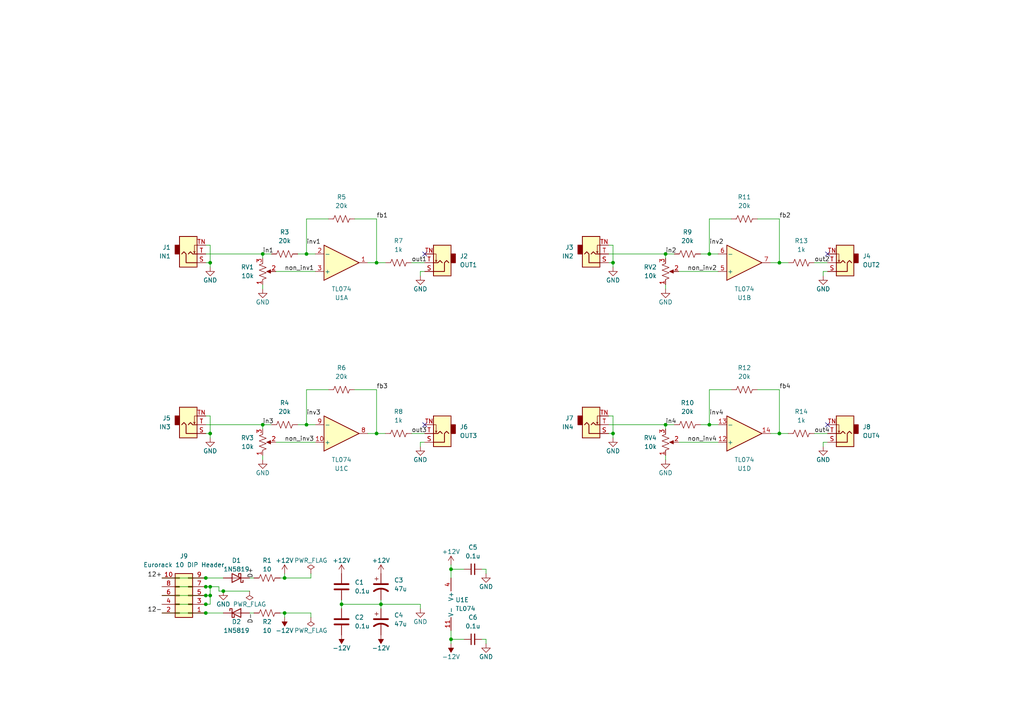
<source format=kicad_sch>
(kicad_sch (version 20230121) (generator eeschema)
  (paper "A4")
  (lib_symbols
    (symbol "Amplifier_Operational:TL074" (pin_names (offset 0.127))
      (property "Reference" "U" (at 0 5.08 0))
      (property "Value" "TL074" (at 0 -5.08 0))
      (symbol "TL074_1_1"
        (polyline (pts (xy -5.08 5.08) (xy 5.08 0) (xy -5.08 -5.08) (xy -5.08 5.08)) (stroke (width 0.254)) (fill (type background)))
        (pin output line (at 7.62 0 180) (length 2.54) (name "~") (number "1"))
        (pin input line (at -7.62 -2.54 0) (length 2.54) (name "-") (number "2"))
        (pin input line (at -7.62 2.54 0) (length 2.54) (name "+") (number "3"))
      )
      (symbol "TL074_2_1"
        (polyline (pts (xy -5.08 5.08) (xy 5.08 0) (xy -5.08 -5.08) (xy -5.08 5.08)) (stroke (width 0.254)) (fill (type background)))
        (pin input line (at -7.62 2.54 0) (length 2.54) (name "+") (number "5"))
        (pin input line (at -7.62 -2.54 0) (length 2.54) (name "-") (number "6"))
        (pin output line (at 7.62 0 180) (length 2.54) (name "~") (number "7"))
      )
      (symbol "TL074_3_1"
        (polyline (pts (xy -5.08 5.08) (xy 5.08 0) (xy -5.08 -5.08) (xy -5.08 5.08)) (stroke (width 0.254)) (fill (type background)))
        (pin input line (at -7.62 2.54 0) (length 2.54) (name "+") (number "10"))
        (pin output line (at 7.62 0 180) (length 2.54) (name "~") (number "8"))
        (pin input line (at -7.62 -2.54 0) (length 2.54) (name "-") (number "9"))
      )
      (symbol "TL074_4_1"
        (polyline (pts (xy -5.08 5.08) (xy 5.08 0) (xy -5.08 -5.08) (xy -5.08 5.08)) (stroke (width 0.254)) (fill (type background)))
        (pin input line (at -7.62 2.54 0) (length 2.54) (name "+") (number "12"))
        (pin input line (at -7.62 -2.54 0) (length 2.54) (name "-") (number "13"))
        (pin output line (at 7.62 0 180) (length 2.54) (name "~") (number "14"))
      )
      (symbol "TL074_5_1"
        (pin power_in line (at -2.54 -7.62 90) (length 3.81) (name "V-") (number "11"))
        (pin power_in line (at -2.54 7.62 270) (length 3.81) (name "V+") (number "4"))
      )
    )
    (symbol "Connector:AudioJack2_SwitchT"
      (property "Reference" "J" (at 0 8.89 0))
      (property "Value" "AudioJack2_SwitchT" (at 0 6.35 0))
      (symbol "AudioJack2_SwitchT_0_1"
        (rectangle (start -2.54 0) (end -3.81 -2.54) (stroke (width 0.254)) (fill (type outline)))
        (polyline (pts (xy 1.778 -0.254) (xy 2.032 -0.762)))
        (polyline (pts (xy 0 0) (xy 0.635 -0.635) (xy 1.27 0) (xy 2.54 0)) (stroke (width 0.254)))
        (polyline (pts (xy 2.54 -2.54) (xy 1.778 -2.54) (xy 1.778 -0.254) (xy 1.524 -0.762)))
        (polyline (pts (xy 2.54 2.54) (xy -0.635 2.54) (xy -0.635 0) (xy -1.27 -0.635) (xy -1.905 0)) (stroke (width 0.254)))
        (rectangle (start 2.54 3.81) (end -2.54 -5.08) (stroke (width 0.254)) (fill (type background)))
      )
      (symbol "AudioJack2_SwitchT_1_1"
        (pin passive line (at 5.08 2.54 180) (length 2.54) (name "~") (number "S"))
        (pin passive line (at 5.08 0 180) (length 2.54) (name "~") (number "T"))
        (pin passive line (at 5.08 -2.54 180) (length 2.54) (name "~") (number "TN"))
      )
    )
    (symbol "Connector_Generic:Conn_02x05_Odd_Even" (pin_names (offset 1.016) hide)
      (property "Reference" "J" (at 1.27 7.62 0))
      (property "Value" "Conn_02x05_Odd_Even" (at 1.27 -7.62 0))
      (symbol "Conn_02x05_Odd_Even_1_1"
        (rectangle (start -1.27 -4.953) (end 0 -5.207) (stroke (width 0.1524)))
        (rectangle (start -1.27 -2.413) (end 0 -2.667) (stroke (width 0.1524)))
        (rectangle (start -1.27 0.127) (end 0 -0.127) (stroke (width 0.1524)))
        (rectangle (start -1.27 2.667) (end 0 2.413) (stroke (width 0.1524)))
        (rectangle (start -1.27 5.207) (end 0 4.953) (stroke (width 0.1524)))
        (rectangle (start -1.27 6.35) (end 3.81 -6.35) (stroke (width 0.254)) (fill (type background)))
        (rectangle (start 3.81 -4.953) (end 2.54 -5.207) (stroke (width 0.1524)))
        (rectangle (start 3.81 -2.413) (end 2.54 -2.667) (stroke (width 0.1524)))
        (rectangle (start 3.81 0.127) (end 2.54 -0.127) (stroke (width 0.1524)))
        (rectangle (start 3.81 2.667) (end 2.54 2.413) (stroke (width 0.1524)))
        (rectangle (start 3.81 5.207) (end 2.54 4.953) (stroke (width 0.1524)))
        (pin passive line (at -5.08 5.08 0) (length 3.81) (name "Pin_1") (number "1"))
        (pin passive line (at 7.62 -5.08 180) (length 3.81) (name "Pin_10") (number "10"))
        (pin passive line (at 7.62 5.08 180) (length 3.81) (name "Pin_2") (number "2"))
        (pin passive line (at -5.08 2.54 0) (length 3.81) (name "Pin_3") (number "3"))
        (pin passive line (at 7.62 2.54 180) (length 3.81) (name "Pin_4") (number "4"))
        (pin passive line (at -5.08 0 0) (length 3.81) (name "Pin_5") (number "5"))
        (pin passive line (at 7.62 0 180) (length 3.81) (name "Pin_6") (number "6"))
        (pin passive line (at -5.08 -2.54 0) (length 3.81) (name "Pin_7") (number "7"))
        (pin passive line (at 7.62 -2.54 180) (length 3.81) (name "Pin_8") (number "8"))
        (pin passive line (at -5.08 -5.08 0) (length 3.81) (name "Pin_9") (number "9"))
      )
    )
    (symbol "Device:C" (pin_numbers hide) (pin_names (offset 0.254))
      (property "Reference" "C" (at 0.635 2.54 0))
      (property "Value" "C" (at 0.635 -2.54 0))
      (symbol "C_0_1"
        (polyline (pts (xy -2.032 -0.762) (xy 2.032 -0.762)) (stroke (width 0.508)))
        (polyline (pts (xy -2.032 0.762) (xy 2.032 0.762)) (stroke (width 0.508)))
      )
      (symbol "C_1_1"
        (pin passive line (at 0 3.81 270) (length 2.794) (name "~") (number "1"))
        (pin passive line (at 0 -3.81 90) (length 2.794) (name "~") (number "2"))
      )
    )
    (symbol "Device:C_Polarized_US" (pin_numbers hide) (pin_names (offset 0.254) hide)
      (property "Reference" "C" (at 0.635 2.54 0))
      (property "Value" "C_Polarized_US" (at 0.635 -2.54 0))
      (symbol "C_Polarized_US_0_1"
        (polyline (pts (xy -2.032 0.762) (xy 2.032 0.762)) (stroke (width 0.508)))
        (polyline (pts (xy -1.778 2.286) (xy -0.762 2.286)))
        (polyline (pts (xy -1.27 1.778) (xy -1.27 2.794)))
        (arc (start 2.032 -1.27) (mid 0 -0.5572) (end -2.032 -1.27) (stroke (width 0.508)))
      )
      (symbol "C_Polarized_US_1_1"
        (pin passive line (at 0 3.81 270) (length 2.794) (name "~") (number "1"))
        (pin passive line (at 0 -3.81 90) (length 3.302) (name "~") (number "2"))
      )
    )
    (symbol "Device:C_Small" (pin_numbers hide) (pin_names (offset 0.254) hide)
      (property "Reference" "C" (at 0.254 1.778 0))
      (property "Value" "C_Small" (at 0.254 -2.032 0))
      (symbol "C_Small_0_1"
        (polyline (pts (xy -1.524 -0.508) (xy 1.524 -0.508)) (stroke (width 0.3302)))
        (polyline (pts (xy -1.524 0.508) (xy 1.524 0.508)) (stroke (width 0.3048)))
      )
      (symbol "C_Small_1_1"
        (pin passive line (at 0 2.54 270) (length 2.032) (name "~") (number "1"))
        (pin passive line (at 0 -2.54 90) (length 2.032) (name "~") (number "2"))
      )
    )
    (symbol "Device:R_Potentiometer_US" (pin_names (offset 1.016) hide)
      (property "Reference" "RV" (at -4.445 0 90))
      (property "Value" "R_Potentiometer_US" (at -2.54 0 90))
      (symbol "R_Potentiometer_US_0_1"
        (polyline (pts (xy 0 -2.286) (xy 0 -2.54)))
        (polyline (pts (xy 0 2.54) (xy 0 2.286)))
        (polyline (pts (xy 2.54 0) (xy 1.524 0)))
        (polyline (pts (xy 1.143 0) (xy 2.286 0.508) (xy 2.286 -0.508) (xy 1.143 0)) (fill (type outline)))
        (polyline (pts (xy 0 -0.762) (xy 1.016 -1.143) (xy 0 -1.524) (xy -1.016 -1.905) (xy 0 -2.286)))
        (polyline (pts (xy 0 0.762) (xy 1.016 0.381) (xy 0 0) (xy -1.016 -0.381) (xy 0 -0.762)))
        (polyline (pts (xy 0 2.286) (xy 1.016 1.905) (xy 0 1.524) (xy -1.016 1.143) (xy 0 0.762)))
      )
      (symbol "R_Potentiometer_US_1_1"
        (pin passive line (at 0 3.81 270) (length 1.27) (name "1") (number "1"))
        (pin passive line (at 3.81 0 180) (length 1.27) (name "2") (number "2"))
        (pin passive line (at 0 -3.81 90) (length 1.27) (name "3") (number "3"))
      )
    )
    (symbol "Device:R_US" (pin_numbers hide) (pin_names (offset 0))
      (property "Reference" "R" (at 2.54 0 90))
      (property "Value" "R_US" (at -2.54 0 90))
      (symbol "R_US_0_1"
        (polyline (pts (xy 0 -2.286) (xy 0 -2.54)))
        (polyline (pts (xy 0 2.286) (xy 0 2.54)))
        (polyline (pts (xy 0 -0.762) (xy 1.016 -1.143) (xy 0 -1.524) (xy -1.016 -1.905) (xy 0 -2.286)))
        (polyline (pts (xy 0 0.762) (xy 1.016 0.381) (xy 0 0) (xy -1.016 -0.381) (xy 0 -0.762)))
        (polyline (pts (xy 0 2.286) (xy 1.016 1.905) (xy 0 1.524) (xy -1.016 1.143) (xy 0 0.762)))
      )
      (symbol "R_US_1_1"
        (pin passive line (at 0 3.81 270) (length 1.27) (name "~") (number "1"))
        (pin passive line (at 0 -3.81 90) (length 1.27) (name "~") (number "2"))
      )
    )
    (symbol "Diode:1N5819" (pin_numbers hide) (pin_names (offset 1.016) hide)
      (property "Reference" "D" (at 0 2.54 0))
      (property "Value" "1N5819" (at 0 -2.54 0))
      (symbol "1N5819_0_1"
        (polyline (pts (xy 1.27 0) (xy -1.27 0)))
        (polyline (pts (xy 1.27 1.27) (xy 1.27 -1.27) (xy -1.27 0) (xy 1.27 1.27)) (stroke (width 0.254)))
        (polyline (pts (xy -1.905 0.635) (xy -1.905 1.27) (xy -1.27 1.27) (xy -1.27 -1.27) (xy -0.635 -1.27) (xy -0.635 -0.635)) (stroke (width 0.254)))
      )
      (symbol "1N5819_1_1"
        (pin passive line (at -3.81 0 0) (length 2.54) (name "K") (number "1"))
        (pin passive line (at 3.81 0 180) (length 2.54) (name "A") (number "2"))
      )
    )
    (symbol "power:+12V" (power) (pin_names (offset 0))
      (property "Value" "+12V" (at 0 3.556 0))
      (symbol "+12V_0_1"
        (polyline (pts (xy -0.762 1.27) (xy 0 2.54)))
        (polyline (pts (xy 0 0) (xy 0 2.54)))
        (polyline (pts (xy 0 2.54) (xy 0.762 1.27)))
      )
      (symbol "+12V_1_1"
        (pin power_in line (at 0 0 90) (length 0) hide (name "+12V") (number "1"))
      )
    )
    (symbol "power:-12V" (power) (pin_names (offset 0))
      (property "Value" "-12V" (at 0 3.81 0))
      (symbol "-12V_0_0"
        (pin power_in line (at 0 0 90) (length 0) hide (name "-12V") (number "1"))
      )
      (symbol "-12V_0_1"
        (polyline (pts (xy 0 0) (xy 0 1.27) (xy 0.762 1.27) (xy 0 2.54) (xy -0.762 1.27) (xy 0 1.27)) (fill (type outline)))
      )
    )
    (symbol "power:GND" (power) (pin_names (offset 0))
      (property "Value" "GND" (at 0 -3.81 0))
      (symbol "GND_0_1"
        (polyline (pts (xy 0 0) (xy 0 -1.27) (xy 1.27 -1.27) (xy 0 -2.54) (xy -1.27 -1.27) (xy 0 -1.27)))
      )
      (symbol "GND_1_1"
        (pin power_in line (at 0 0 270) (length 0) hide (name "GND") (number "1"))
      )
    )
    (symbol "power:PWR_FLAG" (power) (pin_numbers hide) (pin_names (offset 0) hide)
      (property "Value" "PWR_FLAG" (at 0 3.81 0))
      (symbol "PWR_FLAG_0_0"
        (pin power_out line (at 0 0 90) (length 0) (name "pwr") (number "1"))
      )
      (symbol "PWR_FLAG_0_1"
        (polyline (pts (xy 0 0) (xy 0 1.27) (xy -1.016 1.905) (xy 0 2.54) (xy 1.016 1.905) (xy 0 1.27)))
      )
    )
  )
  (junction (at 99.06 175.26))
  (junction (at 130.81 185.42))
  (junction (at 59.69 175.26))
  (junction (at 64.77 171.45))
  (junction (at 226.06 76.2))
  (junction (at 177.8 76.2))
  (junction (at 60.96 170.18))
  (junction (at 60.96 76.2))
  (junction (at 60.96 125.73))
  (junction (at 59.69 177.8))
  (junction (at 82.55 177.8))
  (junction (at 226.06 125.73))
  (junction (at 82.55 167.64))
  (junction (at 60.96 172.72))
  (junction (at 177.8 125.73))
  (junction (at 109.22 125.73))
  (junction (at 76.2 123.19))
  (junction (at 110.49 175.26))
  (junction (at 193.04 123.19))
  (junction (at 76.2 73.66))
  (junction (at 193.04 73.66))
  (junction (at 59.69 170.18))
  (junction (at 88.9 123.19))
  (junction (at 205.74 73.66))
  (junction (at 59.69 167.64))
  (junction (at 130.81 165.1))
  (junction (at 109.22 76.2))
  (junction (at 88.9 73.66))
  (junction (at 59.69 172.72))
  (junction (at 205.74 123.19))
  (no_connect (at 240.03 73.66))
  (no_connect (at 123.19 123.19))
  (no_connect (at 123.19 73.66))
  (no_connect (at 240.03 123.19))
  (wire (pts (xy 130.81 165.1) (xy 130.81 167.64)))
  (wire (pts (xy 86.36 123.19) (xy 88.9 123.19)))
  (wire (pts (xy 99.06 175.26) (xy 110.49 175.26)))
  (wire (pts (xy 226.06 76.2) (xy 228.6 76.2)))
  (wire (pts (xy 140.97 165.1) (xy 140.97 166.37)))
  (wire (pts (xy 63.5 170.18) (xy 63.5 171.45)))
  (wire (pts (xy 130.81 165.1) (xy 134.62 165.1)))
  (wire (pts (xy 99.06 175.26) (xy 99.06 176.53)))
  (wire (pts (xy 123.19 128.27) (xy 121.92 128.27)))
  (wire (pts (xy 130.81 163.83) (xy 130.81 165.1)))
  (wire (pts (xy 130.81 182.88) (xy 130.81 185.42)))
  (wire (pts (xy 203.2 73.66) (xy 205.74 73.66)))
  (wire (pts (xy 177.8 71.12) (xy 177.8 76.2)))
  (wire (pts (xy 236.22 125.73) (xy 240.03 125.73)))
  (wire (pts (xy 177.8 127) (xy 177.8 125.73)))
  (wire (pts (xy 176.53 71.12) (xy 177.8 71.12)))
  (wire (pts (xy 90.17 177.8) (xy 90.17 179.07)))
  (wire (pts (xy 59.69 73.66) (xy 76.2 73.66)))
  (wire (pts (xy 59.69 120.65) (xy 60.96 120.65)))
  (wire (pts (xy 60.96 127) (xy 60.96 125.73)))
  (wire (pts (xy 60.96 172.72) (xy 60.96 170.18)))
  (wire (pts (xy 176.53 123.19) (xy 193.04 123.19)))
  (wire (pts (xy 60.96 71.12) (xy 60.96 76.2)))
  (wire (pts (xy 226.06 125.73) (xy 228.6 125.73)))
  (wire (pts (xy 193.04 73.66) (xy 195.58 73.66)))
  (wire (pts (xy 223.52 125.73) (xy 226.06 125.73)))
  (wire (pts (xy 82.55 167.64) (xy 90.17 167.64)))
  (wire (pts (xy 82.55 177.8) (xy 82.55 179.07)))
  (wire (pts (xy 238.76 128.27) (xy 238.76 129.54)))
  (wire (pts (xy 193.04 123.19) (xy 195.58 123.19)))
  (wire (pts (xy 177.8 120.65) (xy 177.8 125.73)))
  (wire (pts (xy 109.22 63.5) (xy 109.22 76.2)))
  (wire (pts (xy 123.19 78.74) (xy 121.92 78.74)))
  (wire (pts (xy 80.01 128.27) (xy 91.44 128.27)))
  (wire (pts (xy 59.69 177.8) (xy 64.77 177.8)))
  (wire (pts (xy 238.76 78.74) (xy 238.76 80.01)))
  (wire (pts (xy 60.96 175.26) (xy 60.96 172.72)))
  (wire (pts (xy 59.69 167.64) (xy 64.77 167.64)))
  (wire (pts (xy 81.28 167.64) (xy 82.55 167.64)))
  (wire (pts (xy 76.2 82.55) (xy 76.2 83.82)))
  (wire (pts (xy 95.25 63.5) (xy 88.9 63.5)))
  (wire (pts (xy 109.22 113.03) (xy 109.22 125.73)))
  (wire (pts (xy 176.53 120.65) (xy 177.8 120.65)))
  (wire (pts (xy 102.87 63.5) (xy 109.22 63.5)))
  (wire (pts (xy 63.5 171.45) (xy 64.77 171.45)))
  (wire (pts (xy 139.7 185.42) (xy 140.97 185.42)))
  (wire (pts (xy 106.68 125.73) (xy 109.22 125.73)))
  (wire (pts (xy 205.74 123.19) (xy 208.28 123.19)))
  (wire (pts (xy 80.01 78.74) (xy 91.44 78.74)))
  (wire (pts (xy 177.8 77.47) (xy 177.8 76.2)))
  (wire (pts (xy 72.39 167.64) (xy 73.66 167.64)))
  (wire (pts (xy 219.71 113.03) (xy 226.06 113.03)))
  (wire (pts (xy 121.92 78.74) (xy 121.92 80.01)))
  (wire (pts (xy 193.04 132.08) (xy 193.04 133.35)))
  (wire (pts (xy 102.87 113.03) (xy 109.22 113.03)))
  (wire (pts (xy 196.85 128.27) (xy 208.28 128.27)))
  (wire (pts (xy 236.22 76.2) (xy 240.03 76.2)))
  (wire (pts (xy 59.69 172.72) (xy 60.96 172.72)))
  (wire (pts (xy 140.97 185.42) (xy 140.97 186.69)))
  (wire (pts (xy 88.9 63.5) (xy 88.9 73.66)))
  (wire (pts (xy 109.22 125.73) (xy 111.76 125.73)))
  (wire (pts (xy 240.03 128.27) (xy 238.76 128.27)))
  (wire (pts (xy 76.2 123.19) (xy 78.74 123.19)))
  (wire (pts (xy 88.9 113.03) (xy 88.9 123.19)))
  (wire (pts (xy 193.04 73.66) (xy 193.04 74.93)))
  (wire (pts (xy 196.85 78.74) (xy 208.28 78.74)))
  (wire (pts (xy 76.2 123.19) (xy 76.2 124.46)))
  (wire (pts (xy 88.9 73.66) (xy 91.44 73.66)))
  (wire (pts (xy 46.99 172.72) (xy 59.69 172.72)))
  (wire (pts (xy 121.92 176.53) (xy 121.92 175.26)))
  (wire (pts (xy 86.36 73.66) (xy 88.9 73.66)))
  (wire (pts (xy 46.99 175.26) (xy 59.69 175.26)))
  (wire (pts (xy 193.04 82.55) (xy 193.04 83.82)))
  (wire (pts (xy 177.8 125.73) (xy 176.53 125.73)))
  (wire (pts (xy 59.69 175.26) (xy 60.96 175.26)))
  (wire (pts (xy 60.96 77.47) (xy 60.96 76.2)))
  (wire (pts (xy 121.92 175.26) (xy 110.49 175.26)))
  (wire (pts (xy 106.68 76.2) (xy 109.22 76.2)))
  (wire (pts (xy 110.49 175.26) (xy 110.49 176.53)))
  (wire (pts (xy 193.04 123.19) (xy 193.04 124.46)))
  (wire (pts (xy 219.71 63.5) (xy 226.06 63.5)))
  (wire (pts (xy 59.69 123.19) (xy 76.2 123.19)))
  (wire (pts (xy 205.74 63.5) (xy 205.74 73.66)))
  (wire (pts (xy 60.96 120.65) (xy 60.96 125.73)))
  (wire (pts (xy 119.38 76.2) (xy 123.19 76.2)))
  (wire (pts (xy 76.2 73.66) (xy 78.74 73.66)))
  (wire (pts (xy 226.06 113.03) (xy 226.06 125.73)))
  (wire (pts (xy 121.92 128.27) (xy 121.92 129.54)))
  (wire (pts (xy 72.39 177.8) (xy 73.66 177.8)))
  (wire (pts (xy 99.06 173.99) (xy 99.06 175.26)))
  (wire (pts (xy 223.52 76.2) (xy 226.06 76.2)))
  (wire (pts (xy 240.03 78.74) (xy 238.76 78.74)))
  (wire (pts (xy 60.96 125.73) (xy 59.69 125.73)))
  (wire (pts (xy 60.96 76.2) (xy 59.69 76.2)))
  (wire (pts (xy 205.74 113.03) (xy 205.74 123.19)))
  (wire (pts (xy 60.96 170.18) (xy 63.5 170.18)))
  (wire (pts (xy 203.2 123.19) (xy 205.74 123.19)))
  (wire (pts (xy 82.55 177.8) (xy 90.17 177.8)))
  (wire (pts (xy 177.8 76.2) (xy 176.53 76.2)))
  (wire (pts (xy 82.55 166.37) (xy 82.55 167.64)))
  (wire (pts (xy 212.09 63.5) (xy 205.74 63.5)))
  (wire (pts (xy 76.2 132.08) (xy 76.2 133.35)))
  (wire (pts (xy 46.99 177.8) (xy 59.69 177.8)))
  (wire (pts (xy 176.53 73.66) (xy 193.04 73.66)))
  (wire (pts (xy 130.81 185.42) (xy 130.81 186.69)))
  (wire (pts (xy 64.77 171.45) (xy 72.39 171.45)))
  (wire (pts (xy 119.38 125.73) (xy 123.19 125.73)))
  (wire (pts (xy 90.17 166.37) (xy 90.17 167.64)))
  (wire (pts (xy 226.06 63.5) (xy 226.06 76.2)))
  (wire (pts (xy 46.99 170.18) (xy 59.69 170.18)))
  (wire (pts (xy 205.74 73.66) (xy 208.28 73.66)))
  (wire (pts (xy 95.25 113.03) (xy 88.9 113.03)))
  (wire (pts (xy 109.22 76.2) (xy 111.76 76.2)))
  (wire (pts (xy 130.81 185.42) (xy 134.62 185.42)))
  (wire (pts (xy 59.69 170.18) (xy 60.96 170.18)))
  (wire (pts (xy 88.9 123.19) (xy 91.44 123.19)))
  (wire (pts (xy 139.7 165.1) (xy 140.97 165.1)))
  (wire (pts (xy 76.2 73.66) (xy 76.2 74.93)))
  (wire (pts (xy 81.28 177.8) (xy 82.55 177.8)))
  (wire (pts (xy 212.09 113.03) (xy 205.74 113.03)))
  (wire (pts (xy 59.69 71.12) (xy 60.96 71.12)))
  (wire (pts (xy 46.99 167.64) (xy 59.69 167.64)))
  (wire (pts (xy 110.49 173.99) (xy 110.49 175.26)))
  (label "12+" (at 46.99 167.64 180))
  (label "D-" (at 73.66 177.8 270))
  (label "out3" (at 119.38 125.73 0))
  (label "in3" (at 76.2 123.19 0))
  (label "in1" (at 76.2 73.66 0))
  (label "inv3" (at 88.9 120.65 0))
  (label "fb4" (at 226.06 113.03 0))
  (label "inv1" (at 88.9 71.12 0))
  (label "inv4" (at 205.74 120.65 0))
  (label "fb1" (at 109.22 63.5 0))
  (label "12-" (at 46.99 177.8 180))
  (label "non_inv4" (at 199.39 128.27 0))
  (label "inv2" (at 205.74 71.12 0))
  (label "in2" (at 193.04 73.66 0))
  (label "non_inv2" (at 199.39 78.74 0))
  (label "D+" (at 73.66 167.64 90))
  (label "in4" (at 193.04 123.19 0))
  (label "out2" (at 236.22 76.2 0))
  (label "fb2" (at 226.06 63.5 0))
  (label "non_inv1" (at 82.55 78.74 0))
  (label "non_inv3" (at 82.55 128.27 0))
  (label "out4" (at 236.22 125.73 0))
  (label "fb3" (at 109.22 113.03 0))
  (label "out1" (at 119.38 76.2 0))
  (symbol (lib_id "power:+12V") (at 99.06 166.37 0) (unit 1)
    (property "Reference" "#PWR08" (effects hide))
    (property "Value" "+12V" (at 99.06 162.56 0))
  )
  (symbol (lib_id "Device:R_US") (at 99.06 113.03 90) (unit 1)
    (property "Reference" "R6" (at 99.06 106.68 90))
    (property "Value" "20k" (at 99.06 109.22 90))
    (property "Footprint" "Resistor_THT:R_Axial_DIN0207_L6.3mm_D2.5mm_P2.54mm_Vertical" (effects hide))
  )
  (symbol (lib_id "Diode:1N5819") (at 68.58 167.64 180) (unit 1)
    (property "Reference" "D1" (at 68.58 162.56 0))
    (property "Value" "1N5819" (at 68.58 165.1 0))
    (property "Footprint" "Diode_THT:D_DO-41_SOD81_P3.81mm_Vertical_KathodeUp" (effects hide))
    (property "Datasheet" "http://www.vishay.com/docs/88525/1n5817.pdf" (effects hide))
  )
  (symbol (lib_id "power:GND") (at 238.76 129.54 0) (unit 1)
    (property "Reference" "#PWR024" (effects hide))
    (property "Value" "GND" (at 238.76 133.35 0))
  )
  (symbol (lib_id "power:GND") (at 76.2 83.82 0) (unit 1)
    (property "Reference" "#PWR06" (effects hide))
    (property "Value" "GND" (at 76.2 87.63 0))
  )
  (symbol (lib_id "Device:R_Potentiometer_US") (at 193.04 128.27 0) (mirror x) (unit 1)
    (property "Reference" "RV4" (at 190.5 126.9999 0) (effects (justify right)))
    (property "Value" "10k" (at 190.5 129.5399 0) (effects (justify right)))
    (property "Footprint" "Custom_Footprints:Alpha_9mm_Potentiometer_Aligned" (effects hide))
  )
  (symbol (lib_id "power:GND") (at 121.92 129.54 0) (unit 1)
    (property "Reference" "#PWR016" (effects hide))
    (property "Value" "GND" (at 121.92 133.35 0))
  )
  (symbol (lib_id "Device:R_US") (at 215.9 63.5 90) (unit 1)
    (property "Reference" "R11" (at 215.9 57.15 90))
    (property "Value" "20k" (at 215.9 59.69 90))
    (property "Footprint" "Resistor_THT:R_Axial_DIN0207_L6.3mm_D2.5mm_P2.54mm_Vertical" (effects hide))
  )
  (symbol (lib_id "Amplifier_Operational:TL074") (at 133.35 175.26 0) (unit 5)
    (property "Reference" "U1" (at 132.08 173.9899 0) (effects (justify left)))
    (property "Value" "TL074" (at 132.08 176.5299 0) (effects (justify left)))
    (property "Footprint" "Package_DIP:DIP-14_W7.62mm" (effects hide))
    (property "Datasheet" "http://www.ti.com/lit/ds/symlink/tl071.pdf" (effects hide))
  )
  (symbol (lib_id "power:GND") (at 121.92 176.53 0) (unit 1)
    (property "Reference" "#PWR012" (effects hide))
    (property "Value" "GND" (at 121.92 180.34 0))
  )
  (symbol (lib_id "power:GND") (at 60.96 127 0) (unit 1)
    (property "Reference" "#PWR03" (effects hide))
    (property "Value" "GND" (at 60.96 130.81 0))
  )
  (symbol (lib_id "Device:R_US") (at 77.47 167.64 270) (unit 1)
    (property "Reference" "R1" (at 77.47 162.56 90))
    (property "Value" "10" (at 77.47 165.1 90))
    (property "Footprint" "Resistor_THT:R_Axial_DIN0207_L6.3mm_D2.5mm_P2.54mm_Vertical" (effects hide))
  )
  (symbol (lib_id "Device:R_US") (at 199.39 123.19 90) (unit 1)
    (property "Reference" "R10" (at 199.39 116.84 90))
    (property "Value" "20k" (at 199.39 119.38 90))
    (property "Footprint" "Resistor_THT:R_Axial_DIN0207_L6.3mm_D2.5mm_P2.54mm_Vertical" (effects hide))
  )
  (symbol (lib_id "power:PWR_FLAG") (at 90.17 166.37 0) (unit 1)
    (property "Reference" "#FLG02" (effects hide))
    (property "Value" "PWR_FLAG" (at 90.17 162.56 0))
  )
  (symbol (lib_id "Amplifier_Operational:TL074") (at 99.06 125.73 0) (mirror x) (unit 3)
    (property "Reference" "U1" (at 99.06 135.89 0))
    (property "Value" "TL074" (at 99.06 133.35 0))
    (property "Footprint" "Package_DIP:DIP-14_W7.62mm" (effects hide))
    (property "Datasheet" "http://www.ti.com/lit/ds/symlink/tl071.pdf" (effects hide))
  )
  (symbol (lib_id "power:+12V") (at 110.49 166.37 0) (unit 1)
    (property "Reference" "#PWR010" (effects hide))
    (property "Value" "+12V" (at 110.49 162.56 0))
  )
  (symbol (lib_id "Connector:AudioJack2_SwitchT") (at 245.11 76.2 180) (unit 1)
    (property "Reference" "J4" (at 250.19 74.2949 0) (effects (justify right)))
    (property "Value" "OUT2" (at 250.19 76.8349 0) (effects (justify right)))
    (property "Footprint" "Connector_Audio:Jack_3.5mm_QingPu_WQP-PJ398SM_Vertical_CircularHoles" (effects hide))
  )
  (symbol (lib_id "Amplifier_Operational:TL074") (at 99.06 76.2 0) (mirror x) (unit 1)
    (property "Reference" "U1" (at 99.06 86.36 0))
    (property "Value" "TL074" (at 99.06 83.82 0))
    (property "Footprint" "Package_DIP:DIP-14_W7.62mm" (effects hide))
    (property "Datasheet" "http://www.ti.com/lit/ds/symlink/tl071.pdf" (effects hide))
  )
  (symbol (lib_id "Device:C_Small") (at 137.16 165.1 90) (unit 1)
    (property "Reference" "C5" (at 137.1663 158.75 90))
    (property "Value" "0.1u" (at 137.1663 161.29 90))
    (property "Footprint" "Capacitor_THT:C_Disc_D4.7mm_W2.5mm_P5.00mm" (effects hide))
  )
  (symbol (lib_id "Device:R_US") (at 115.57 125.73 90) (unit 1)
    (property "Reference" "R8" (at 115.57 119.38 90))
    (property "Value" "1k" (at 115.57 121.92 90))
    (property "Footprint" "Resistor_THT:R_Axial_DIN0207_L6.3mm_D2.5mm_P2.54mm_Vertical" (effects hide))
  )
  (symbol (lib_id "Device:R_US") (at 82.55 73.66 90) (unit 1)
    (property "Reference" "R3" (at 82.55 67.31 90))
    (property "Value" "20k" (at 82.55 69.85 90))
    (property "Footprint" "Resistor_THT:R_Axial_DIN0207_L6.3mm_D2.5mm_P2.54mm_Vertical" (effects hide))
  )
  (symbol (lib_id "Amplifier_Operational:TL074") (at 215.9 76.2 0) (mirror x) (unit 2)
    (property "Reference" "U1" (at 215.9 86.36 0))
    (property "Value" "TL074" (at 215.9 83.82 0))
    (property "Footprint" "Package_DIP:DIP-14_W7.62mm" (effects hide))
    (property "Datasheet" "http://www.ti.com/lit/ds/symlink/tl071.pdf" (effects hide))
  )
  (symbol (lib_id "Device:R_US") (at 99.06 63.5 90) (unit 1)
    (property "Reference" "R5" (at 99.06 57.15 90))
    (property "Value" "20k" (at 99.06 59.69 90))
    (property "Footprint" "Resistor_THT:R_Axial_DIN0207_L6.3mm_D2.5mm_P2.54mm_Vertical" (effects hide))
  )
  (symbol (lib_id "power:PWR_FLAG") (at 90.17 179.07 180) (unit 1)
    (property "Reference" "#FLG03" (effects hide))
    (property "Value" "PWR_FLAG" (at 90.17 182.88 0))
  )
  (symbol (lib_id "Device:R_Potentiometer_US") (at 193.04 78.74 0) (mirror x) (unit 1)
    (property "Reference" "RV2" (at 190.5 77.4699 0) (effects (justify right)))
    (property "Value" "10k" (at 190.5 80.0099 0) (effects (justify right)))
    (property "Footprint" "Custom_Footprints:Alpha_9mm_Potentiometer_Aligned" (effects hide))
  )
  (symbol (lib_id "power:GND") (at 177.8 77.47 0) (unit 1)
    (property "Reference" "#PWR019" (effects hide))
    (property "Value" "GND" (at 177.8 81.28 0))
  )
  (symbol (lib_id "Connector:AudioJack2_SwitchT") (at 171.45 73.66 0) (mirror x) (unit 1)
    (property "Reference" "J3" (at 166.37 71.7549 0) (effects (justify right)))
    (property "Value" "IN2" (at 166.37 74.2949 0) (effects (justify right)))
    (property "Footprint" "Connector_Audio:Jack_3.5mm_QingPu_WQP-PJ398SM_Vertical_CircularHoles" (effects hide))
  )
  (symbol (lib_id "Diode:1N5819") (at 68.58 177.8 0) (unit 1)
    (property "Reference" "D2" (at 68.58 180.34 0))
    (property "Value" "1N5819" (at 68.58 182.88 0))
    (property "Footprint" "Diode_THT:D_DO-41_SOD81_P3.81mm_Vertical_KathodeUp" (effects hide))
    (property "Datasheet" "http://www.vishay.com/docs/88525/1n5817.pdf" (effects hide))
  )
  (symbol (lib_id "Device:R_Potentiometer_US") (at 76.2 128.27 0) (mirror x) (unit 1)
    (property "Reference" "RV3" (at 73.66 126.9999 0) (effects (justify right)))
    (property "Value" "10k" (at 73.66 129.5399 0) (effects (justify right)))
    (property "Footprint" "Custom_Footprints:Alpha_9mm_Potentiometer_Aligned" (effects hide))
  )
  (symbol (lib_id "Device:R_US") (at 199.39 73.66 90) (unit 1)
    (property "Reference" "R9" (at 199.39 67.31 90))
    (property "Value" "20k" (at 199.39 69.85 90))
    (property "Footprint" "Resistor_THT:R_Axial_DIN0207_L6.3mm_D2.5mm_P2.54mm_Vertical" (effects hide))
  )
  (symbol (lib_id "power:-12V") (at 130.81 186.69 180) (unit 1)
    (property "Reference" "#PWR014" (effects hide))
    (property "Value" "-12V" (at 130.81 190.5 0))
  )
  (symbol (lib_id "power:PWR_FLAG") (at 72.39 171.45 180) (unit 1)
    (property "Reference" "#FLG01" (effects hide))
    (property "Value" "PWR_FLAG" (at 72.39 175.26 0))
  )
  (symbol (lib_id "Connector:AudioJack2_SwitchT") (at 128.27 125.73 180) (unit 1)
    (property "Reference" "J6" (at 133.35 123.8249 0) (effects (justify right)))
    (property "Value" "OUT3" (at 133.35 126.3649 0) (effects (justify right)))
    (property "Footprint" "Connector_Audio:Jack_3.5mm_QingPu_WQP-PJ398SM_Vertical_CircularHoles" (effects hide))
  )
  (symbol (lib_id "Device:C") (at 99.06 170.18 180) (unit 1)
    (property "Reference" "C1" (at 102.87 168.9099 0) (effects (justify right)))
    (property "Value" "0.1u" (at 102.87 171.4499 0) (effects (justify right)))
    (property "Footprint" "Capacitor_THT:C_Disc_D4.7mm_W2.5mm_P5.00mm" (effects hide))
  )
  (symbol (lib_id "power:GND") (at 64.77 171.45 0) (unit 1)
    (property "Reference" "#PWR01" (effects hide))
    (property "Value" "GND" (at 64.77 175.26 0))
  )
  (symbol (lib_id "Device:R_US") (at 82.55 123.19 90) (unit 1)
    (property "Reference" "R4" (at 82.55 116.84 90))
    (property "Value" "20k" (at 82.55 119.38 90))
    (property "Footprint" "Resistor_THT:R_Axial_DIN0207_L6.3mm_D2.5mm_P2.54mm_Vertical" (effects hide))
  )
  (symbol (lib_id "power:+12V") (at 130.81 163.83 0) (unit 1)
    (property "Reference" "#PWR013" (effects hide))
    (property "Value" "+12V" (at 130.81 160.02 0))
  )
  (symbol (lib_id "Device:C") (at 99.06 180.34 180) (unit 1)
    (property "Reference" "C2" (at 102.87 179.0699 0) (effects (justify right)))
    (property "Value" "0.1u" (at 102.87 181.6099 0) (effects (justify right)))
    (property "Footprint" "Capacitor_THT:C_Disc_D4.7mm_W2.5mm_P5.00mm" (effects hide))
  )
  (symbol (lib_id "power:GND") (at 193.04 83.82 0) (unit 1)
    (property "Reference" "#PWR021" (effects hide))
    (property "Value" "GND" (at 193.04 87.63 0))
  )
  (symbol (lib_id "power:-12V") (at 82.55 179.07 180) (unit 1)
    (property "Reference" "#PWR05" (effects hide))
    (property "Value" "-12V" (at 82.55 182.88 0))
  )
  (symbol (lib_id "Connector_Generic:Conn_02x05_Odd_Even") (at 54.61 172.72 180) (unit 1)
    (property "Reference" "J9" (at 53.34 161.29 0))
    (property "Value" "Eurorack 10 DIP Header" (at 53.34 163.83 0))
    (property "Footprint" "Custom_Footprints:Eurorack_10_pin_header" (effects hide))
  )
  (symbol (lib_id "Connector:AudioJack2_SwitchT") (at 54.61 73.66 0) (mirror x) (unit 1)
    (property "Reference" "J1" (at 49.53 71.7549 0) (effects (justify right)))
    (property "Value" "IN1" (at 49.53 74.2949 0) (effects (justify right)))
    (property "Footprint" "Connector_Audio:Jack_3.5mm_QingPu_WQP-PJ398SM_Vertical_CircularHoles" (effects hide))
  )
  (symbol (lib_id "power:GND") (at 60.96 77.47 0) (unit 1)
    (property "Reference" "#PWR02" (effects hide))
    (property "Value" "GND" (at 60.96 81.28 0))
  )
  (symbol (lib_id "Device:C_Polarized_US") (at 110.49 170.18 0) (unit 1)
    (property "Reference" "C3" (at 114.3 168.2749 0) (effects (justify left)))
    (property "Value" "47u" (at 114.3 170.8149 0) (effects (justify left)))
    (property "Footprint" "Capacitor_THT:CP_Radial_D4.0mm_P2.00mm" (effects hide))
  )
  (symbol (lib_id "power:GND") (at 121.92 80.01 0) (unit 1)
    (property "Reference" "#PWR015" (effects hide))
    (property "Value" "GND" (at 121.92 83.82 0))
  )
  (symbol (lib_id "power:-12V") (at 99.06 184.15 180) (unit 1)
    (property "Reference" "#PWR09" (effects hide))
    (property "Value" "-12V" (at 99.06 187.96 0))
  )
  (symbol (lib_id "Connector:AudioJack2_SwitchT") (at 171.45 123.19 0) (mirror x) (unit 1)
    (property "Reference" "J7" (at 166.37 121.2849 0) (effects (justify right)))
    (property "Value" "IN4" (at 166.37 123.8249 0) (effects (justify right)))
    (property "Footprint" "Connector_Audio:Jack_3.5mm_QingPu_WQP-PJ398SM_Vertical_CircularHoles" (effects hide))
  )
  (symbol (lib_id "power:+12V") (at 82.55 166.37 0) (unit 1)
    (property "Reference" "#PWR04" (effects hide))
    (property "Value" "+12V" (at 82.55 162.56 0))
  )
  (symbol (lib_id "power:GND") (at 193.04 133.35 0) (unit 1)
    (property "Reference" "#PWR022" (effects hide))
    (property "Value" "GND" (at 193.04 137.16 0))
  )
  (symbol (lib_id "power:GND") (at 76.2 133.35 0) (unit 1)
    (property "Reference" "#PWR07" (effects hide))
    (property "Value" "GND" (at 76.2 137.16 0))
  )
  (symbol (lib_id "Connector:AudioJack2_SwitchT") (at 128.27 76.2 180) (unit 1)
    (property "Reference" "J2" (at 133.35 74.2949 0) (effects (justify right)))
    (property "Value" "OUT1" (at 133.35 76.8349 0) (effects (justify right)))
    (property "Footprint" "Connector_Audio:Jack_3.5mm_QingPu_WQP-PJ398SM_Vertical_CircularHoles" (effects hide))
  )
  (symbol (lib_id "Device:R_US") (at 115.57 76.2 90) (unit 1)
    (property "Reference" "R7" (at 115.57 69.85 90))
    (property "Value" "1k" (at 115.57 72.39 90))
    (property "Footprint" "Resistor_THT:R_Axial_DIN0207_L6.3mm_D2.5mm_P2.54mm_Vertical" (effects hide))
  )
  (symbol (lib_id "Amplifier_Operational:TL074") (at 215.9 125.73 0) (mirror x) (unit 4)
    (property "Reference" "U1" (at 215.9 135.89 0))
    (property "Value" "TL074" (at 215.9 133.35 0))
    (property "Footprint" "Package_DIP:DIP-14_W7.62mm" (effects hide))
    (property "Datasheet" "http://www.ti.com/lit/ds/symlink/tl071.pdf" (effects hide))
  )
  (symbol (lib_id "Device:C_Small") (at 137.16 185.42 90) (unit 1)
    (property "Reference" "C6" (at 137.1663 179.07 90))
    (property "Value" "0.1u" (at 137.1663 181.61 90))
    (property "Footprint" "Capacitor_THT:C_Disc_D4.7mm_W2.5mm_P5.00mm" (effects hide))
  )
  (symbol (lib_id "power:GND") (at 140.97 166.37 0) (unit 1)
    (property "Reference" "#PWR017" (effects hide))
    (property "Value" "GND" (at 140.97 170.18 0))
  )
  (symbol (lib_id "power:GND") (at 140.97 186.69 0) (unit 1)
    (property "Reference" "#PWR018" (effects hide))
    (property "Value" "GND" (at 140.97 190.5 0))
  )
  (symbol (lib_id "Connector:AudioJack2_SwitchT") (at 54.61 123.19 0) (mirror x) (unit 1)
    (property "Reference" "J5" (at 49.53 121.2849 0) (effects (justify right)))
    (property "Value" "IN3" (at 49.53 123.8249 0) (effects (justify right)))
    (property "Footprint" "Connector_Audio:Jack_3.5mm_QingPu_WQP-PJ398SM_Vertical_CircularHoles" (effects hide))
  )
  (symbol (lib_id "Device:R_US") (at 77.47 177.8 270) (unit 1)
    (property "Reference" "R2" (at 77.47 180.34 90))
    (property "Value" "10" (at 77.47 182.88 90))
    (property "Footprint" "Resistor_THT:R_Axial_DIN0207_L6.3mm_D2.5mm_P2.54mm_Vertical" (effects hide))
  )
  (symbol (lib_id "power:GND") (at 238.76 80.01 0) (unit 1)
    (property "Reference" "#PWR023" (effects hide))
    (property "Value" "GND" (at 238.76 83.82 0))
  )
  (symbol (lib_id "Device:R_US") (at 232.41 125.73 90) (unit 1)
    (property "Reference" "R14" (at 232.41 119.38 90))
    (property "Value" "1k" (at 232.41 121.92 90))
    (property "Footprint" "Resistor_THT:R_Axial_DIN0207_L6.3mm_D2.5mm_P2.54mm_Vertical" (effects hide))
  )
  (symbol (lib_id "Device:C_Polarized_US") (at 110.49 180.34 0) (unit 1)
    (property "Reference" "C4" (at 114.3 178.4349 0) (effects (justify left)))
    (property "Value" "47u" (at 114.3 180.9749 0) (effects (justify left)))
    (property "Footprint" "Capacitor_THT:CP_Radial_D4.0mm_P2.00mm" (effects hide))
  )
  (symbol (lib_id "Device:R_US") (at 232.41 76.2 90) (unit 1)
    (property "Reference" "R13" (at 232.41 69.85 90))
    (property "Value" "1k" (at 232.41 72.39 90))
    (property "Footprint" "Resistor_THT:R_Axial_DIN0207_L6.3mm_D2.5mm_P2.54mm_Vertical" (effects hide))
  )
  (symbol (lib_id "Connector:AudioJack2_SwitchT") (at 245.11 125.73 180) (unit 1)
    (property "Reference" "J8" (at 250.19 123.8249 0) (effects (justify right)))
    (property "Value" "OUT4" (at 250.19 126.3649 0) (effects (justify right)))
    (property "Footprint" "Connector_Audio:Jack_3.5mm_QingPu_WQP-PJ398SM_Vertical_CircularHoles" (effects hide))
  )
  (symbol (lib_id "Device:R_Potentiometer_US") (at 76.2 78.74 0) (mirror x) (unit 1)
    (property "Reference" "RV1" (at 73.66 77.4699 0) (effects (justify right)))
    (property "Value" "10k" (at 73.66 80.0099 0) (effects (justify right)))
    (property "Footprint" "Custom_Footprints:Alpha_9mm_Potentiometer_Aligned" (effects hide))
  )
  (symbol (lib_id "power:GND") (at 177.8 127 0) (unit 1)
    (property "Reference" "#PWR020" (effects hide))
    (property "Value" "GND" (at 177.8 130.81 0))
  )
  (symbol (lib_id "Device:R_US") (at 215.9 113.03 90) (unit 1)
    (property "Reference" "R12" (at 215.9 106.68 90))
    (property "Value" "20k" (at 215.9 109.22 90))
    (property "Footprint" "Resistor_THT:R_Axial_DIN0207_L6.3mm_D2.5mm_P2.54mm_Vertical" (effects hide))
  )
  (symbol (lib_id "power:-12V") (at 110.49 184.15 180) (unit 1)
    (property "Reference" "#PWR011" (effects hide))
    (property "Value" "-12V" (at 110.49 187.96 0))
  )
)
</source>
